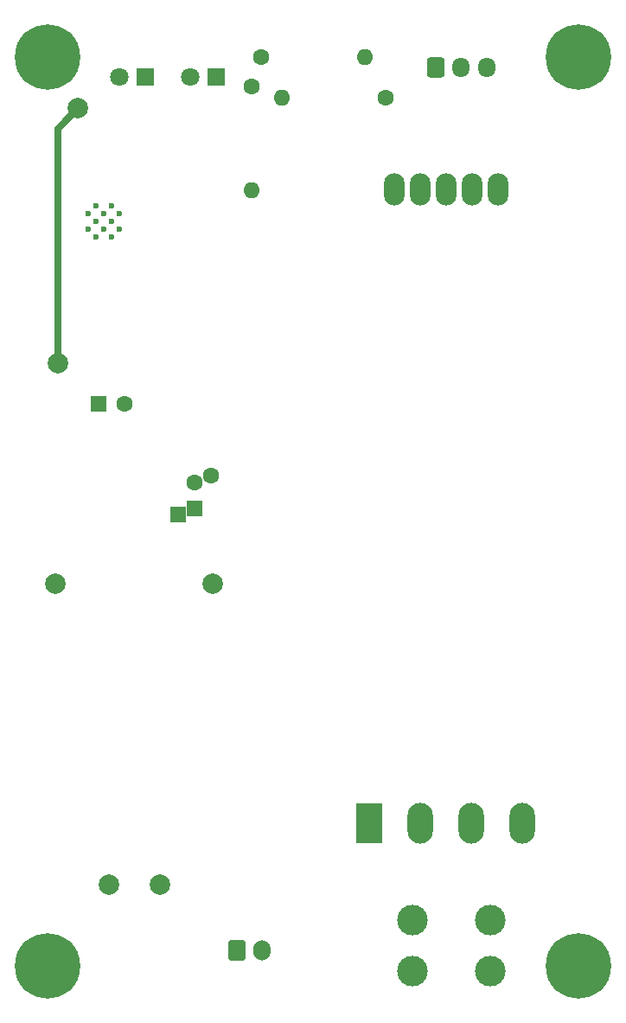
<source format=gbr>
%TF.GenerationSoftware,KiCad,Pcbnew,7.0.8*%
%TF.CreationDate,2023-10-31T00:38:55-07:00*%
%TF.ProjectId,PZEM-Single LPKF - R1,505a454d-2d53-4696-9e67-6c65204c504b,rev?*%
%TF.SameCoordinates,Original*%
%TF.FileFunction,Copper,L1,Top*%
%TF.FilePolarity,Positive*%
%FSLAX46Y46*%
G04 Gerber Fmt 4.6, Leading zero omitted, Abs format (unit mm)*
G04 Created by KiCad (PCBNEW 7.0.8) date 2023-10-31 00:38:55*
%MOMM*%
%LPD*%
G01*
G04 APERTURE LIST*
G04 Aperture macros list*
%AMRoundRect*
0 Rectangle with rounded corners*
0 $1 Rounding radius*
0 $2 $3 $4 $5 $6 $7 $8 $9 X,Y pos of 4 corners*
0 Add a 4 corners polygon primitive as box body*
4,1,4,$2,$3,$4,$5,$6,$7,$8,$9,$2,$3,0*
0 Add four circle primitives for the rounded corners*
1,1,$1+$1,$2,$3*
1,1,$1+$1,$4,$5*
1,1,$1+$1,$6,$7*
1,1,$1+$1,$8,$9*
0 Add four rect primitives between the rounded corners*
20,1,$1+$1,$2,$3,$4,$5,0*
20,1,$1+$1,$4,$5,$6,$7,0*
20,1,$1+$1,$6,$7,$8,$9,0*
20,1,$1+$1,$8,$9,$2,$3,0*%
G04 Aperture macros list end*
%TA.AperFunction,ComponentPad*%
%ADD10C,0.800000*%
%TD*%
%TA.AperFunction,ComponentPad*%
%ADD11C,6.400000*%
%TD*%
%TA.AperFunction,ComponentPad*%
%ADD12R,1.600000X1.600000*%
%TD*%
%TA.AperFunction,ComponentPad*%
%ADD13C,1.600000*%
%TD*%
%TA.AperFunction,ComponentPad*%
%ADD14R,2.500000X4.000000*%
%TD*%
%TA.AperFunction,ComponentPad*%
%ADD15O,2.500000X4.000000*%
%TD*%
%TA.AperFunction,ComponentPad*%
%ADD16O,2.032000X3.175000*%
%TD*%
%TA.AperFunction,ComponentPad*%
%ADD17RoundRect,0.250000X-0.600000X-0.750000X0.600000X-0.750000X0.600000X0.750000X-0.600000X0.750000X0*%
%TD*%
%TA.AperFunction,ComponentPad*%
%ADD18O,1.700000X2.000000*%
%TD*%
%TA.AperFunction,ComponentPad*%
%ADD19O,1.600000X1.600000*%
%TD*%
%TA.AperFunction,ComponentPad*%
%ADD20R,1.800000X1.800000*%
%TD*%
%TA.AperFunction,ComponentPad*%
%ADD21C,1.800000*%
%TD*%
%TA.AperFunction,ComponentPad*%
%ADD22RoundRect,0.250000X-0.600000X-0.725000X0.600000X-0.725000X0.600000X0.725000X-0.600000X0.725000X0*%
%TD*%
%TA.AperFunction,ComponentPad*%
%ADD23O,1.700000X1.950000*%
%TD*%
%TA.AperFunction,ComponentPad*%
%ADD24C,3.000000*%
%TD*%
%TA.AperFunction,ComponentPad*%
%ADD25C,2.000000*%
%TD*%
%TA.AperFunction,HeatsinkPad*%
%ADD26C,0.600000*%
%TD*%
%TA.AperFunction,ViaPad*%
%ADD27C,2.000000*%
%TD*%
%TA.AperFunction,Conductor*%
%ADD28C,0.635000*%
%TD*%
G04 APERTURE END LIST*
D10*
%TO.P,H4,1*%
%TO.N,N/C*%
X53600000Y93000000D03*
X54302944Y94697056D03*
X54302944Y91302944D03*
X56000000Y95400000D03*
D11*
X56000000Y93000000D03*
D10*
X56000000Y90600000D03*
X57697056Y94697056D03*
X57697056Y91302944D03*
X58400000Y93000000D03*
%TD*%
%TO.P,H3,1*%
%TO.N,N/C*%
X53600000Y4000000D03*
X54302944Y5697056D03*
X54302944Y2302944D03*
X56000000Y6400000D03*
D11*
X56000000Y4000000D03*
D10*
X56000000Y1600000D03*
X57697056Y5697056D03*
X57697056Y2302944D03*
X58400000Y4000000D03*
%TD*%
%TO.P,H2,1*%
%TO.N,N/C*%
X1600000Y93000000D03*
X2302944Y94697056D03*
X2302944Y91302944D03*
X4000000Y95400000D03*
D11*
X4000000Y93000000D03*
D10*
X4000000Y90600000D03*
X5697056Y94697056D03*
X5697056Y91302944D03*
X6400000Y93000000D03*
%TD*%
%TO.P,H1,1*%
%TO.N,N/C*%
X1600000Y4000000D03*
X2302944Y5697056D03*
X2302944Y2302944D03*
X4000000Y6400000D03*
D11*
X4000000Y4000000D03*
D10*
X4000000Y1600000D03*
X5697056Y5697056D03*
X5697056Y2302944D03*
X6400000Y4000000D03*
%TD*%
D12*
%TO.P,C1,1*%
%TO.N,+3V3*%
X9000000Y59000000D03*
D13*
%TO.P,C1,2*%
%TO.N,GND*%
X11500000Y59000000D03*
%TD*%
D14*
%TO.P,U1,1,CT+*%
%TO.N,Net-(J1-Pin_1)*%
X35500000Y18000000D03*
D15*
%TO.P,U1,2,CT-*%
%TO.N,Net-(J1-Pin_2)*%
X40500000Y18000000D03*
%TO.P,U1,3,N*%
%TO.N,Net-(J3-Pin_2)*%
X45500000Y18000000D03*
%TO.P,U1,4,L*%
%TO.N,Net-(J3-Pin_1)*%
X50500000Y18000000D03*
D16*
%TO.P,U1,5,VCC*%
%TO.N,+3V3*%
X48080000Y80000000D03*
%TO.P,U1,6,RX*%
%TO.N,Net-(U1-RX)*%
X45540000Y80000000D03*
%TO.P,U1,7,TX*%
%TO.N,Net-(U1-TX)*%
X43000000Y80000000D03*
%TO.P,U1,8,CF*%
%TO.N,Net-(U1-CF)*%
X40460000Y80000000D03*
%TO.P,U1,9,GND*%
%TO.N,GND*%
X37920000Y80000000D03*
%TD*%
D17*
%TO.P,J1,1,Pin_1*%
%TO.N,Net-(J1-Pin_1)*%
X22500000Y5500000D03*
D18*
%TO.P,J1,2,Pin_2*%
%TO.N,Net-(J1-Pin_2)*%
X25000000Y5500000D03*
%TD*%
D13*
%TO.P,R2,1*%
%TO.N,Net-(D2-K)*%
X24000000Y90080000D03*
D19*
%TO.P,R2,2*%
%TO.N,GND*%
X24000000Y79920000D03*
%TD*%
D13*
%TO.P,R5,1*%
%TO.N,+3V3*%
X37080000Y89000000D03*
D19*
%TO.P,R5,2*%
%TO.N,Net-(J4-Pin_1)*%
X26920000Y89000000D03*
%TD*%
D20*
%TO.P,D2,1,K*%
%TO.N,Net-(D2-K)*%
X20540000Y91000000D03*
D21*
%TO.P,D2,2,A*%
%TO.N,Net-(D2-A)*%
X18000000Y91000000D03*
%TD*%
D12*
%TO.P,C2,1*%
%TO.N,+5V*%
X16800000Y48158126D03*
X18400000Y48829063D03*
D13*
%TO.P,C2,2*%
%TO.N,GND*%
X18400000Y51329063D03*
X20000000Y52000000D03*
%TD*%
D20*
%TO.P,D1,1,K*%
%TO.N,Net-(D1-K)*%
X13540000Y91000000D03*
D21*
%TO.P,D1,2,A*%
%TO.N,+3V3*%
X11000000Y91000000D03*
%TD*%
D22*
%TO.P,J4,1,Pin_1*%
%TO.N,Net-(J4-Pin_1)*%
X42000000Y92000000D03*
D23*
%TO.P,J4,2,Pin_2*%
%TO.N,GND*%
X44500000Y92000000D03*
%TO.P,J4,3,Pin_3*%
%TO.N,+3V3*%
X47000000Y92000000D03*
%TD*%
D13*
%TO.P,R1,1*%
%TO.N,Net-(D1-K)*%
X24920000Y93000000D03*
D19*
%TO.P,R1,2*%
%TO.N,GND*%
X35080000Y93000000D03*
%TD*%
D24*
%TO.P,J3,1,Pin_1*%
%TO.N,Net-(J3-Pin_1)*%
X47310000Y8500000D03*
X47310000Y3500000D03*
%TO.P,J3,2,Pin_2*%
%TO.N,Net-(J3-Pin_2)*%
X39690000Y8500000D03*
X39690000Y3500000D03*
%TD*%
D25*
%TO.P,U3,1,AC*%
%TO.N,Net-(J3-Pin_1)*%
X10000000Y12000000D03*
%TO.P,U3,2,AC*%
%TO.N,Net-(J3-Pin_2)*%
X15000000Y12000000D03*
%TO.P,U3,3,-Vo*%
%TO.N,GND*%
X20200000Y41400000D03*
%TO.P,U3,4,+Vo*%
%TO.N,+5V*%
X4800000Y41400000D03*
%TD*%
D26*
%TO.P,U4,39,GND*%
%TO.N,GND*%
X10237500Y78385000D03*
X8712500Y78385000D03*
X11000000Y77622500D03*
X9475000Y77622500D03*
X7950000Y77622500D03*
X10237500Y76860000D03*
X8712500Y76860000D03*
X11000000Y76097500D03*
X9475000Y76097500D03*
X7950000Y76097500D03*
X10237500Y75335000D03*
X8712500Y75335000D03*
%TD*%
D27*
%TO.N,+3V3*%
X5000000Y63000000D03*
X7000000Y88000000D03*
%TD*%
D28*
%TO.N,+3V3*%
X5000000Y63000000D02*
X5000000Y86000000D01*
X5000000Y86000000D02*
X7000000Y88000000D01*
%TD*%
M02*

</source>
